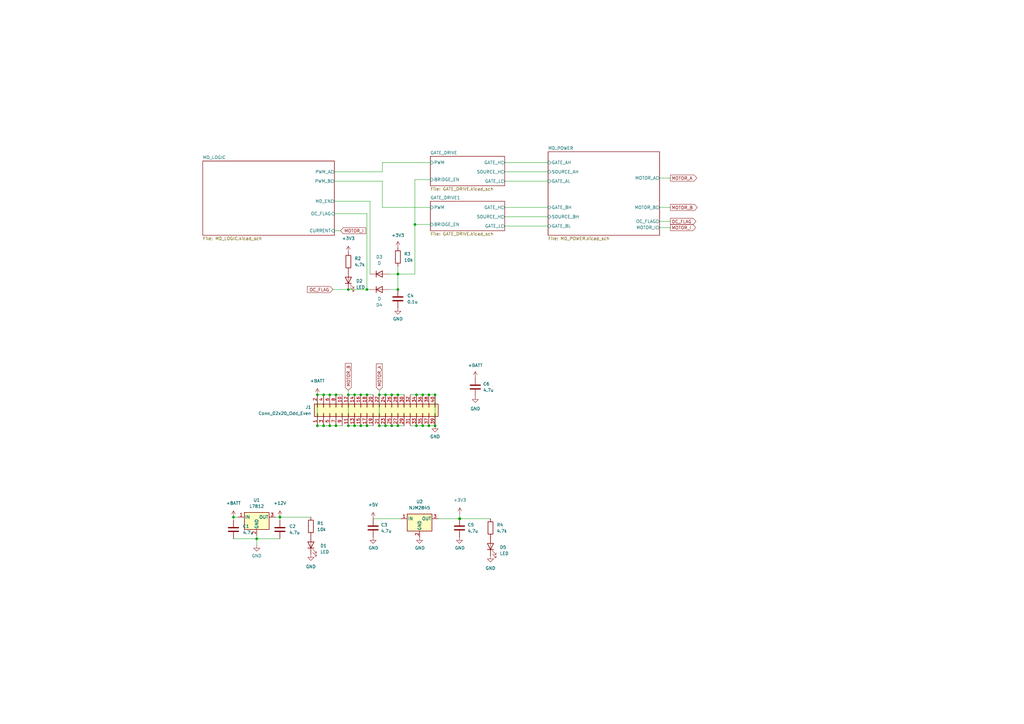
<source format=kicad_sch>
(kicad_sch (version 20211123) (generator eeschema)
  (paper "A3")
  (lib_symbols
    (symbol "Connector_Generic:Conn_02x20_Odd_Even" (pin_names (offset 1.016) hide)
      (property "Reference" "J" (at 1.27 25.4 0))
      (property "Value" "Conn_02x20_Odd_Even" (at 1.27 -27.94 0))
      (symbol "Conn_02x20_Odd_Even_1_1"
        (rectangle (start -1.27 -25.273) (end 0 -25.527) (stroke (width 0.1524)))
        (rectangle (start -1.27 -22.733) (end 0 -22.987) (stroke (width 0.1524)))
        (rectangle (start -1.27 -20.193) (end 0 -20.447) (stroke (width 0.1524)))
        (rectangle (start -1.27 -17.653) (end 0 -17.907) (stroke (width 0.1524)))
        (rectangle (start -1.27 -15.113) (end 0 -15.367) (stroke (width 0.1524)))
        (rectangle (start -1.27 -12.573) (end 0 -12.827) (stroke (width 0.1524)))
        (rectangle (start -1.27 -10.033) (end 0 -10.287) (stroke (width 0.1524)))
        (rectangle (start -1.27 -7.493) (end 0 -7.747) (stroke (width 0.1524)))
        (rectangle (start -1.27 -4.953) (end 0 -5.207) (stroke (width 0.1524)))
        (rectangle (start -1.27 -2.413) (end 0 -2.667) (stroke (width 0.1524)))
        (rectangle (start -1.27 0.127) (end 0 -0.127) (stroke (width 0.1524)))
        (rectangle (start -1.27 2.667) (end 0 2.413) (stroke (width 0.1524)))
        (rectangle (start -1.27 5.207) (end 0 4.953) (stroke (width 0.1524)))
        (rectangle (start -1.27 7.747) (end 0 7.493) (stroke (width 0.1524)))
        (rectangle (start -1.27 10.287) (end 0 10.033) (stroke (width 0.1524)))
        (rectangle (start -1.27 12.827) (end 0 12.573) (stroke (width 0.1524)))
        (rectangle (start -1.27 15.367) (end 0 15.113) (stroke (width 0.1524)))
        (rectangle (start -1.27 17.907) (end 0 17.653) (stroke (width 0.1524)))
        (rectangle (start -1.27 20.447) (end 0 20.193) (stroke (width 0.1524)))
        (rectangle (start -1.27 22.987) (end 0 22.733) (stroke (width 0.1524)))
        (rectangle (start -1.27 24.13) (end 3.81 -26.67) (stroke (width 0.254)) (fill (type background)))
        (rectangle (start 3.81 -25.273) (end 2.54 -25.527) (stroke (width 0.1524)))
        (rectangle (start 3.81 -22.733) (end 2.54 -22.987) (stroke (width 0.1524)))
        (rectangle (start 3.81 -20.193) (end 2.54 -20.447) (stroke (width 0.1524)))
        (rectangle (start 3.81 -17.653) (end 2.54 -17.907) (stroke (width 0.1524)))
        (rectangle (start 3.81 -15.113) (end 2.54 -15.367) (stroke (width 0.1524)))
        (rectangle (start 3.81 -12.573) (end 2.54 -12.827) (stroke (width 0.1524)))
        (rectangle (start 3.81 -10.033) (end 2.54 -10.287) (stroke (width 0.1524)))
        (rectangle (start 3.81 -7.493) (end 2.54 -7.747) (stroke (width 0.1524)))
        (rectangle (start 3.81 -4.953) (end 2.54 -5.207) (stroke (width 0.1524)))
        (rectangle (start 3.81 -2.413) (end 2.54 -2.667) (stroke (width 0.1524)))
        (rectangle (start 3.81 0.127) (end 2.54 -0.127) (stroke (width 0.1524)))
        (rectangle (start 3.81 2.667) (end 2.54 2.413) (stroke (width 0.1524)))
        (rectangle (start 3.81 5.207) (end 2.54 4.953) (stroke (width 0.1524)))
        (rectangle (start 3.81 7.747) (end 2.54 7.493) (stroke (width 0.1524)))
        (rectangle (start 3.81 10.287) (end 2.54 10.033) (stroke (width 0.1524)))
        (rectangle (start 3.81 12.827) (end 2.54 12.573) (stroke (width 0.1524)))
        (rectangle (start 3.81 15.367) (end 2.54 15.113) (stroke (width 0.1524)))
        (rectangle (start 3.81 17.907) (end 2.54 17.653) (stroke (width 0.1524)))
        (rectangle (start 3.81 20.447) (end 2.54 20.193) (stroke (width 0.1524)))
        (rectangle (start 3.81 22.987) (end 2.54 22.733) (stroke (width 0.1524)))
        (pin passive line (at -5.08 22.86 0) (length 3.81) (name "Pin_1") (number "1"))
        (pin passive line (at 7.62 12.7 180) (length 3.81) (name "Pin_10") (number "10"))
        (pin passive line (at -5.08 10.16 0) (length 3.81) (name "Pin_11") (number "11"))
        (pin passive line (at 7.62 10.16 180) (length 3.81) (name "Pin_12") (number "12"))
        (pin passive line (at -5.08 7.62 0) (length 3.81) (name "Pin_13") (number "13"))
        (pin passive line (at 7.62 7.62 180) (length 3.81) (name "Pin_14") (number "14"))
        (pin passive line (at -5.08 5.08 0) (length 3.81) (name "Pin_15") (number "15"))
        (pin passive line (at 7.62 5.08 180) (length 3.81) (name "Pin_16") (number "16"))
        (pin passive line (at -5.08 2.54 0) (length 3.81) (name "Pin_17") (number "17"))
        (pin passive line (at 7.62 2.54 180) (length 3.81) (name "Pin_18") (number "18"))
        (pin passive line (at -5.08 0 0) (length 3.81) (name "Pin_19") (number "19"))
        (pin passive line (at 7.62 22.86 180) (length 3.81) (name "Pin_2") (number "2"))
        (pin passive line (at 7.62 0 180) (length 3.81) (name "Pin_20") (number "20"))
        (pin passive line (at -5.08 -2.54 0) (length 3.81) (name "Pin_21") (number "21"))
        (pin passive line (at 7.62 -2.54 180) (length 3.81) (name "Pin_22") (number "22"))
        (pin passive line (at -5.08 -5.08 0) (length 3.81) (name "Pin_23") (number "23"))
        (pin passive line (at 7.62 -5.08 180) (length 3.81) (name "Pin_24") (number "24"))
        (pin passive line (at -5.08 -7.62 0) (length 3.81) (name "Pin_25") (number "25"))
        (pin passive line (at 7.62 -7.62 180) (length 3.81) (name "Pin_26") (number "26"))
        (pin passive line (at -5.08 -10.16 0) (length 3.81) (name "Pin_27") (number "27"))
        (pin passive line (at 7.62 -10.16 180) (length 3.81) (name "Pin_28") (number "28"))
        (pin passive line (at -5.08 -12.7 0) (length 3.81) (name "Pin_29") (number "29"))
        (pin passive line (at -5.08 20.32 0) (length 3.81) (name "Pin_3") (number "3"))
        (pin passive line (at 7.62 -12.7 180) (length 3.81) (name "Pin_30") (number "30"))
        (pin passive line (at -5.08 -15.24 0) (length 3.81) (name "Pin_31") (number "31"))
        (pin passive line (at 7.62 -15.24 180) (length 3.81) (name "Pin_32") (number "32"))
        (pin passive line (at -5.08 -17.78 0) (length 3.81) (name "Pin_33") (number "33"))
        (pin passive line (at 7.62 -17.78 180) (length 3.81) (name "Pin_34") (number "34"))
        (pin passive line (at -5.08 -20.32 0) (length 3.81) (name "Pin_35") (number "35"))
        (pin passive line (at 7.62 -20.32 180) (length 3.81) (name "Pin_36") (number "36"))
        (pin passive line (at -5.08 -22.86 0) (length 3.81) (name "Pin_37") (number "37"))
        (pin passive line (at 7.62 -22.86 180) (length 3.81) (name "Pin_38") (number "38"))
        (pin passive line (at -5.08 -25.4 0) (length 3.81) (name "Pin_39") (number "39"))
        (pin passive line (at 7.62 20.32 180) (length 3.81) (name "Pin_4") (number "4"))
        (pin passive line (at 7.62 -25.4 180) (length 3.81) (name "Pin_40") (number "40"))
        (pin passive line (at -5.08 17.78 0) (length 3.81) (name "Pin_5") (number "5"))
        (pin passive line (at 7.62 17.78 180) (length 3.81) (name "Pin_6") (number "6"))
        (pin passive line (at -5.08 15.24 0) (length 3.81) (name "Pin_7") (number "7"))
        (pin passive line (at 7.62 15.24 180) (length 3.81) (name "Pin_8") (number "8"))
        (pin passive line (at -5.08 12.7 0) (length 3.81) (name "Pin_9") (number "9"))
      )
    )
    (symbol "Device:C" (pin_numbers hide) (pin_names (offset 0.254))
      (property "Reference" "C" (at 0.635 2.54 0))
      (property "Value" "C" (at 0.635 -2.54 0))
      (symbol "C_0_1"
        (polyline (pts (xy -2.032 -0.762) (xy 2.032 -0.762)) (stroke (width 0.508)))
        (polyline (pts (xy -2.032 0.762) (xy 2.032 0.762)) (stroke (width 0.508)))
      )
      (symbol "C_1_1"
        (pin passive line (at 0 3.81 270) (length 2.794) (name "~") (number "1"))
        (pin passive line (at 0 -3.81 90) (length 2.794) (name "~") (number "2"))
      )
    )
    (symbol "Device:D" (pin_numbers hide) (pin_names (offset 1.016) hide)
      (property "Reference" "D" (at 0 2.54 0))
      (property "Value" "D" (at 0 -2.54 0))
      (symbol "D_0_1"
        (polyline (pts (xy -1.27 1.27) (xy -1.27 -1.27)) (stroke (width 0.254)))
        (polyline (pts (xy 1.27 0) (xy -1.27 0)))
        (polyline (pts (xy 1.27 1.27) (xy 1.27 -1.27) (xy -1.27 0) (xy 1.27 1.27)) (stroke (width 0.254)))
      )
      (symbol "D_1_1"
        (pin passive line (at -3.81 0 0) (length 2.54) (name "K") (number "1"))
        (pin passive line (at 3.81 0 180) (length 2.54) (name "A") (number "2"))
      )
    )
    (symbol "Device:LED" (pin_numbers hide) (pin_names (offset 1.016) hide)
      (property "Reference" "D" (at 0 2.54 0))
      (property "Value" "LED" (at 0 -2.54 0))
      (symbol "LED_0_1"
        (polyline (pts (xy -1.27 -1.27) (xy -1.27 1.27)) (stroke (width 0.254)))
        (polyline (pts (xy -1.27 0) (xy 1.27 0)))
        (polyline (pts (xy 1.27 -1.27) (xy 1.27 1.27) (xy -1.27 0) (xy 1.27 -1.27)) (stroke (width 0.254)))
        (polyline (pts (xy -3.048 -0.762) (xy -4.572 -2.286) (xy -3.81 -2.286) (xy -4.572 -2.286) (xy -4.572 -1.524)))
        (polyline (pts (xy -1.778 -0.762) (xy -3.302 -2.286) (xy -2.54 -2.286) (xy -3.302 -2.286) (xy -3.302 -1.524)))
      )
      (symbol "LED_1_1"
        (pin passive line (at -3.81 0 0) (length 2.54) (name "K") (number "1"))
        (pin passive line (at 3.81 0 180) (length 2.54) (name "A") (number "2"))
      )
    )
    (symbol "Device:R" (pin_numbers hide) (pin_names (offset 0))
      (property "Reference" "R" (at 2.032 0 90))
      (property "Value" "R" (at 0 0 90))
      (symbol "R_0_1"
        (rectangle (start -1.016 -2.54) (end 1.016 2.54) (stroke (width 0.254)))
      )
      (symbol "R_1_1"
        (pin passive line (at 0 3.81 270) (length 1.27) (name "~") (number "1"))
        (pin passive line (at 0 -3.81 90) (length 1.27) (name "~") (number "2"))
      )
    )
    (symbol "Regulator_Linear:L7805" (pin_names (offset 0.254))
      (property "Reference" "U" (at -3.81 3.175 0))
      (property "Value" "L7805" (at 0 3.175 0))
      (symbol "L7805_0_1"
        (rectangle (start -5.08 1.905) (end 5.08 -5.08) (stroke (width 0.254)) (fill (type background)))
      )
      (symbol "L7805_1_1"
        (pin power_in line (at -7.62 0 0) (length 2.54) (name "IN") (number "1"))
        (pin power_in line (at 0 -7.62 90) (length 2.54) (name "GND") (number "2"))
        (pin power_out line (at 7.62 0 180) (length 2.54) (name "OUT") (number "3"))
      )
    )
    (symbol "Regulator_Linear:L7812" (pin_names (offset 0.254))
      (property "Reference" "U" (at -3.81 3.175 0))
      (property "Value" "L7812" (at 0 3.175 0))
      (symbol "L7812_0_1"
        (rectangle (start -5.08 1.905) (end 5.08 -5.08) (stroke (width 0.254)) (fill (type background)))
      )
      (symbol "L7812_1_1"
        (pin power_in line (at -7.62 0 0) (length 2.54) (name "IN") (number "1"))
        (pin power_in line (at 0 -7.62 90) (length 2.54) (name "GND") (number "2"))
        (pin power_out line (at 7.62 0 180) (length 2.54) (name "OUT") (number "3"))
      )
    )
    (symbol "power:+12V" (power) (pin_names (offset 0))
      (property "Value" "+12V" (at 0 3.556 0))
      (symbol "+12V_0_1"
        (polyline (pts (xy -0.762 1.27) (xy 0 2.54)))
        (polyline (pts (xy 0 0) (xy 0 2.54)))
        (polyline (pts (xy 0 2.54) (xy 0.762 1.27)))
      )
      (symbol "+12V_1_1"
        (pin power_in line (at 0 0 90) (length 0) hide (name "+12V") (number "1"))
      )
    )
    (symbol "power:+3.3V" (power) (pin_names (offset 0))
      (property "Value" "+3.3V" (at 0 3.556 0))
      (symbol "+3.3V_0_1"
        (polyline (pts (xy -0.762 1.27) (xy 0 2.54)))
        (polyline (pts (xy 0 0) (xy 0 2.54)))
        (polyline (pts (xy 0 2.54) (xy 0.762 1.27)))
      )
      (symbol "+3.3V_1_1"
        (pin power_in line (at 0 0 90) (length 0) hide (name "+3V3") (number "1"))
      )
    )
    (symbol "power:+5V" (power) (pin_names (offset 0))
      (property "Value" "+5V" (at 0 3.556 0))
      (symbol "+5V_0_1"
        (polyline (pts (xy -0.762 1.27) (xy 0 2.54)))
        (polyline (pts (xy 0 0) (xy 0 2.54)))
        (polyline (pts (xy 0 2.54) (xy 0.762 1.27)))
      )
      (symbol "+5V_1_1"
        (pin power_in line (at 0 0 90) (length 0) hide (name "+5V") (number "1"))
      )
    )
    (symbol "power:+BATT" (power) (pin_names (offset 0))
      (property "Value" "+BATT" (at 0 3.556 0))
      (symbol "+BATT_0_1"
        (polyline (pts (xy -0.762 1.27) (xy 0 2.54)))
        (polyline (pts (xy 0 0) (xy 0 2.54)))
        (polyline (pts (xy 0 2.54) (xy 0.762 1.27)))
      )
      (symbol "+BATT_1_1"
        (pin power_in line (at 0 0 90) (length 0) hide (name "+BATT") (number "1"))
      )
    )
    (symbol "power:GND" (power) (pin_names (offset 0))
      (property "Value" "GND" (at 0 -3.81 0))
      (symbol "GND_0_1"
        (polyline (pts (xy 0 0) (xy 0 -1.27) (xy 1.27 -1.27) (xy 0 -2.54) (xy -1.27 -1.27) (xy 0 -1.27)))
      )
      (symbol "GND_1_1"
        (pin power_in line (at 0 0 270) (length 0) hide (name "GND") (number "1"))
      )
    )
  )
  (junction (at 147.955 161.925))
  (junction (at 163.195 161.925))
  (junction (at 135.255 161.925))
  (junction (at 105.283 220.98))
  (junction (at 114.808 212.09))
  (junction (at 145.415 161.925))
  (junction (at 137.795 161.925))
  (junction (at 163.195 118.745))
  (junction (at 132.715 161.925))
  (junction (at 178.435 174.625))
  (junction (at 130.175 161.925))
  (junction (at 158.115 174.625))
  (junction (at 188.595 212.725))
  (junction (at 95.758 212.09))
  (junction (at 142.875 161.925))
  (junction (at 150.495 174.625))
  (junction (at 170.815 174.625))
  (junction (at 150.495 118.745))
  (junction (at 137.795 174.625))
  (junction (at 155.575 174.625))
  (junction (at 163.195 112.395))
  (junction (at 178.435 161.925))
  (junction (at 130.175 174.625))
  (junction (at 145.415 174.625))
  (junction (at 170.815 161.925))
  (junction (at 155.575 161.925))
  (junction (at 188.468 212.725))
  (junction (at 142.875 174.625))
  (junction (at 160.655 174.625))
  (junction (at 173.355 161.925))
  (junction (at 142.875 118.745))
  (junction (at 132.715 174.625))
  (junction (at 150.495 161.925))
  (junction (at 158.115 161.925))
  (junction (at 147.955 174.625))
  (junction (at 170.18 92.075))
  (junction (at 163.195 174.625))
  (junction (at 135.255 174.625))
  (junction (at 175.895 174.625))
  (junction (at 175.895 161.925))
  (junction (at 160.655 161.925))
  (junction (at 173.355 174.625))
  (wire (pts (xy 97.663 212.09) (xy 95.758 212.09)))
  (wire (pts (xy 155.575 161.925) (xy 158.115 161.925)))
  (wire (pts (xy 170.18 92.075) (xy 176.53 92.075)))
  (wire (pts (xy 175.895 161.925) (xy 178.435 161.925)))
  (wire (pts (xy 207.01 92.71) (xy 224.79 92.71)))
  (wire (pts (xy 142.875 160.02) (xy 142.875 161.925)))
  (wire (pts (xy 137.16 87.63) (xy 150.495 87.63)))
  (wire (pts (xy 150.495 161.925) (xy 153.035 161.925)))
  (wire (pts (xy 170.18 92.075) (xy 170.18 73.66)))
  (wire (pts (xy 132.715 174.625) (xy 135.255 174.625)))
  (wire (pts (xy 130.175 161.925) (xy 132.715 161.925)))
  (wire (pts (xy 105.283 223.52) (xy 105.283 220.98)))
  (wire (pts (xy 163.195 112.395) (xy 170.18 112.395)))
  (wire (pts (xy 130.175 161.925) (xy 130.175 174.625)))
  (wire (pts (xy 137.795 161.925) (xy 140.335 161.925)))
  (wire (pts (xy 112.903 212.09) (xy 114.808 212.09)))
  (wire (pts (xy 150.495 118.745) (xy 151.765 118.745)))
  (wire (pts (xy 207.01 70.485) (xy 224.79 70.485)))
  (wire (pts (xy 163.195 118.745) (xy 159.385 118.745)))
  (wire (pts (xy 151.765 112.395) (xy 151.765 82.55)))
  (wire (pts (xy 147.955 174.625) (xy 150.495 174.625)))
  (wire (pts (xy 156.845 66.675) (xy 176.53 66.675)))
  (wire (pts (xy 163.195 109.22) (xy 163.195 112.395)))
  (wire (pts (xy 170.18 112.395) (xy 170.18 92.075)))
  (wire (pts (xy 142.875 174.625) (xy 145.415 174.625)))
  (wire (pts (xy 207.01 85.09) (xy 224.79 85.09)))
  (wire (pts (xy 163.195 174.625) (xy 160.655 174.625)))
  (wire (pts (xy 142.875 161.925) (xy 142.875 174.625)))
  (wire (pts (xy 158.115 174.625) (xy 155.575 174.625)))
  (wire (pts (xy 163.195 112.395) (xy 163.195 118.745)))
  (wire (pts (xy 207.01 66.675) (xy 224.79 66.675)))
  (wire (pts (xy 270.51 90.805) (xy 274.955 90.805)))
  (wire (pts (xy 135.255 174.625) (xy 137.795 174.625)))
  (wire (pts (xy 188.468 212.725) (xy 188.595 212.725)))
  (wire (pts (xy 270.51 85.09) (xy 274.955 85.09)))
  (wire (pts (xy 173.355 161.925) (xy 175.895 161.925)))
  (wire (pts (xy 137.16 74.295) (xy 156.845 74.295)))
  (wire (pts (xy 95.758 212.09) (xy 95.758 213.36)))
  (wire (pts (xy 173.355 174.625) (xy 175.895 174.625)))
  (wire (pts (xy 207.01 74.295) (xy 224.79 74.295)))
  (wire (pts (xy 156.845 70.485) (xy 156.845 66.675)))
  (wire (pts (xy 156.845 85.09) (xy 176.53 85.09)))
  (wire (pts (xy 178.435 161.925) (xy 178.435 174.625)))
  (wire (pts (xy 95.758 220.98) (xy 105.283 220.98)))
  (wire (pts (xy 158.115 161.925) (xy 160.655 161.925)))
  (wire (pts (xy 159.385 112.395) (xy 163.195 112.395)))
  (wire (pts (xy 155.575 160.02) (xy 155.575 161.925)))
  (wire (pts (xy 270.51 93.345) (xy 274.955 93.345)))
  (wire (pts (xy 105.283 220.98) (xy 114.808 220.98)))
  (wire (pts (xy 137.16 70.485) (xy 156.845 70.485)))
  (wire (pts (xy 170.18 73.66) (xy 176.53 73.66)))
  (wire (pts (xy 151.765 82.55) (xy 137.16 82.55)))
  (wire (pts (xy 163.195 161.925) (xy 165.735 161.925)))
  (wire (pts (xy 155.575 174.625) (xy 155.575 161.925)))
  (wire (pts (xy 105.283 220.98) (xy 105.283 219.71)))
  (wire (pts (xy 132.715 161.925) (xy 135.255 161.925)))
  (wire (pts (xy 150.495 87.63) (xy 150.495 118.745)))
  (wire (pts (xy 188.595 210.82) (xy 188.595 212.725)))
  (wire (pts (xy 137.16 94.615) (xy 139.7 94.615)))
  (wire (pts (xy 179.705 212.725) (xy 188.468 212.725)))
  (wire (pts (xy 145.415 174.625) (xy 147.955 174.625)))
  (wire (pts (xy 142.875 161.925) (xy 145.415 161.925)))
  (wire (pts (xy 150.495 174.625) (xy 153.035 174.625)))
  (wire (pts (xy 168.275 174.625) (xy 170.815 174.625)))
  (wire (pts (xy 170.815 174.625) (xy 173.355 174.625)))
  (wire (pts (xy 160.655 174.625) (xy 158.115 174.625)))
  (wire (pts (xy 188.595 212.725) (xy 201.168 212.725)))
  (wire (pts (xy 136.525 118.745) (xy 142.875 118.745)))
  (wire (pts (xy 165.735 174.625) (xy 163.195 174.625)))
  (wire (pts (xy 168.275 161.925) (xy 170.815 161.925)))
  (wire (pts (xy 130.175 174.625) (xy 132.715 174.625)))
  (wire (pts (xy 114.808 212.09) (xy 127.508 212.09)))
  (wire (pts (xy 135.255 161.925) (xy 137.795 161.925)))
  (wire (pts (xy 156.845 74.295) (xy 156.845 85.09)))
  (wire (pts (xy 142.875 118.745) (xy 150.495 118.745)))
  (wire (pts (xy 137.795 174.625) (xy 140.335 174.625)))
  (wire (pts (xy 160.655 161.925) (xy 163.195 161.925)))
  (wire (pts (xy 170.815 161.925) (xy 173.355 161.925)))
  (wire (pts (xy 147.955 161.925) (xy 150.495 161.925)))
  (wire (pts (xy 145.415 161.925) (xy 147.955 161.925)))
  (wire (pts (xy 153.035 212.725) (xy 164.465 212.725)))
  (wire (pts (xy 175.895 174.625) (xy 178.435 174.625)))
  (wire (pts (xy 114.808 212.09) (xy 114.808 213.36)))
  (wire (pts (xy 270.51 73.025) (xy 274.955 73.025)))
  (wire (pts (xy 207.01 88.9) (xy 224.79 88.9)))
  (global_label "OC_FLAG" (shape output) (at 274.955 90.805 0) (property "Intersheet References" "${INTERSHEET_REFS}" (effects hide)))
  (global_label "MOTOR_I" (shape output) (at 274.955 93.345 0) (property "Intersheet References" "${INTERSHEET_REFS}" (effects hide)))
  (global_label "OC_FLAG" (shape input) (at 136.525 118.745 180) (property "Intersheet References" "${INTERSHEET_REFS}" (effects hide)))
  (global_label "MOTOR_A" (shape input) (at 155.575 160.02 90) (property "Intersheet References" "${INTERSHEET_REFS}" (effects hide)))
  (global_label "MOTOR_B" (shape output) (at 274.955 85.09 0) (property "Intersheet References" "${INTERSHEET_REFS}" (effects hide)))
  (global_label "MOTOR_A" (shape output) (at 274.955 73.025 0) (property "Intersheet References" "${INTERSHEET_REFS}" (effects hide)))
  (global_label "MOTOR_I" (shape input) (at 139.7 94.615 0) (property "Intersheet References" "${INTERSHEET_REFS}" (effects hide)))
  (global_label "MOTOR_B" (shape input) (at 142.875 160.02 90) (property "Intersheet References" "${INTERSHEET_REFS}" (effects hide)))
  (symbol (lib_id "power:GND") (at 194.945 162.56 0) (unit 1)
    (property "Reference" "#PWR016" (effects hide))
    (property "Value" "GND" (at 194.945 167.64 0))
  )
  (symbol (lib_id "Device:C") (at 188.468 216.535 0) (unit 1)
    (property "Reference" "C5" (at 191.77 215.2649 0) (effects (justify left)))
    (property "Value" "4.7u" (at 191.77 217.8049 0) (effects (justify left)))
    (property "Footprint" "Capacitor_SMD:C_0805_2012Metric_Pad1.18x1.45mm_HandSolder" (effects hide))
  )
  (symbol (lib_id "power:GND") (at 188.468 220.345 0) (unit 1)
    (property "Reference" "#PWR013" (effects hide))
    (property "Value" "GND" (at 188.595 224.7392 0))
  )
  (symbol (lib_id "power:GND") (at 178.435 174.625 0) (unit 1)
    (property "Reference" "#PWR012" (effects hide))
    (property "Value" "GND" (at 178.435 179.07 0))
  )
  (symbol (lib_id "Device:LED") (at 142.875 114.935 90) (unit 1)
    (property "Reference" "D2" (at 146.05 115.2524 90) (effects (justify right)))
    (property "Value" "LED" (at 146.05 117.7924 90) (effects (justify right)))
    (property "Footprint" "LED_SMD:LED_0603_1608Metric_Pad1.05x0.95mm_HandSolder" (effects hide))
  )
  (symbol (lib_id "power:+5V") (at 153.035 212.725 0) (unit 1)
    (property "Reference" "#PWR07" (effects hide))
    (property "Value" "+5V" (at 153.035 207.01 0))
  )
  (symbol (lib_id "Device:R") (at 142.875 107.315 0) (unit 1)
    (property "Reference" "R2" (at 145.415 106.0449 0) (effects (justify left)))
    (property "Value" "4.7k" (at 145.415 108.5849 0) (effects (justify left)))
    (property "Footprint" "Resistor_SMD:R_0603_1608Metric_Pad0.98x0.95mm_HandSolder" (effects hide))
  )
  (symbol (lib_id "Device:C") (at 163.195 122.555 0) (unit 1)
    (property "Reference" "C4" (at 167.005 121.2849 0) (effects (justify left)))
    (property "Value" "0.1u" (at 167.005 123.8249 0) (effects (justify left)))
    (property "Footprint" "Capacitor_SMD:C_0603_1608Metric_Pad1.08x0.95mm_HandSolder" (effects hide))
  )
  (symbol (lib_id "Device:C") (at 194.945 158.75 0) (unit 1)
    (property "Reference" "C6" (at 198.12 157.4799 0) (effects (justify left)))
    (property "Value" "4.7u" (at 198.12 160.0199 0) (effects (justify left)))
    (property "Footprint" "Capacitor_SMD:C_0805_2012Metric_Pad1.18x1.45mm_HandSolder" (effects hide))
  )
  (symbol (lib_id "Device:R") (at 127.508 215.9 0) (unit 1)
    (property "Reference" "R1" (at 130.048 214.6299 0) (effects (justify left)))
    (property "Value" "10k" (at 130.048 217.1699 0) (effects (justify left)))
    (property "Footprint" "Resistor_SMD:R_0603_1608Metric_Pad0.98x0.95mm_HandSolder" (effects hide))
  )
  (symbol (lib_id "Device:LED") (at 127.508 223.52 90) (unit 1)
    (property "Reference" "D1" (at 131.318 223.8374 90) (effects (justify right)))
    (property "Value" "LED" (at 131.318 226.3774 90) (effects (justify right)))
    (property "Footprint" "LED_SMD:LED_0603_1608Metric_Pad1.05x0.95mm_HandSolder" (effects hide))
  )
  (symbol (lib_id "power:GND") (at 201.168 227.965 0) (unit 1)
    (property "Reference" "#PWR017" (effects hide))
    (property "Value" "GND" (at 201.168 233.045 0))
  )
  (symbol (lib_id "power:+3.3V") (at 142.875 103.505 0) (unit 1)
    (property "Reference" "#PWR06" (effects hide))
    (property "Value" "+3.3V" (at 142.875 97.79 0))
  )
  (symbol (lib_id "power:GND") (at 127.508 227.33 0) (unit 1)
    (property "Reference" "#PWR04" (effects hide))
    (property "Value" "GND" (at 127.508 232.41 0))
  )
  (symbol (lib_id "Device:C") (at 95.758 217.17 0) (unit 1)
    (property "Reference" "C1" (at 99.568 215.8999 0) (effects (justify left)))
    (property "Value" "4.7u" (at 99.568 218.4399 0) (effects (justify left)))
    (property "Footprint" "Capacitor_SMD:C_0805_2012Metric_Pad1.18x1.45mm_HandSolder" (effects hide))
  )
  (symbol (lib_id "power:+3.3V") (at 163.195 101.6 0) (unit 1)
    (property "Reference" "#PWR09" (effects hide))
    (property "Value" "+3.3V" (at 163.195 96.52 0))
  )
  (symbol (lib_id "power:+BATT") (at 130.175 161.925 0) (unit 1)
    (property "Reference" "#PWR05" (effects hide))
    (property "Value" "+BATT" (at 130.175 156.21 0))
  )
  (symbol (lib_id "Device:C") (at 153.035 216.535 0) (unit 1)
    (property "Reference" "C3" (at 156.21 215.2649 0) (effects (justify left)))
    (property "Value" "4.7u" (at 156.21 217.8049 0) (effects (justify left)))
    (property "Footprint" "Capacitor_SMD:C_0805_2012Metric_Pad1.18x1.45mm_HandSolder" (effects hide))
  )
  (symbol (lib_id "power:GND") (at 153.035 220.345 0) (unit 1)
    (property "Reference" "#PWR08" (effects hide))
    (property "Value" "GND" (at 153.162 224.7392 0))
  )
  (symbol (lib_id "Device:D") (at 155.575 112.395 0) (unit 1)
    (property "Reference" "D3" (at 155.575 105.41 0))
    (property "Value" "D" (at 155.575 107.95 0))
    (property "Footprint" "Diode_SMD:D_SOD-123F" (effects hide))
  )
  (symbol (lib_id "Regulator_Linear:L7805") (at 172.085 212.725 0) (unit 1)
    (property "Reference" "U2" (at 172.085 205.74 0))
    (property "Value" "NJM2845" (at 172.085 208.28 0))
    (property "Footprint" "Package_TO_SOT_SMD:TO-252-2" (effects hide))
    (property "Datasheet" "http://www.st.com/content/ccc/resource/technical/document/datasheet/41/4f/b3/b0/12/d4/47/88/CD00000444.pdf/files/CD00000444.pdf/jcr:content/translations/en.CD00000444.pdf" (effects hide))
  )
  (symbol (lib_id "Device:R") (at 163.195 105.41 0) (unit 1)
    (property "Reference" "R3" (at 165.735 104.1399 0) (effects (justify left)))
    (property "Value" "10k" (at 165.735 106.6799 0) (effects (justify left)))
    (property "Footprint" "Resistor_SMD:R_0603_1608Metric_Pad0.98x0.95mm_HandSolder" (effects hide))
  )
  (symbol (lib_id "power:+3.3V") (at 188.595 210.82 0) (unit 1)
    (property "Reference" "#PWR014" (effects hide))
    (property "Value" "+3.3V" (at 188.595 205.105 0))
  )
  (symbol (lib_id "Device:R") (at 201.168 216.535 0) (unit 1)
    (property "Reference" "R4" (at 203.708 215.2649 0) (effects (justify left)))
    (property "Value" "4.7k" (at 203.708 217.8049 0) (effects (justify left)))
    (property "Footprint" "Resistor_SMD:R_0603_1608Metric_Pad0.98x0.95mm_HandSolder" (effects hide))
  )
  (symbol (lib_id "power:+BATT") (at 194.945 154.94 0) (unit 1)
    (property "Reference" "#PWR015" (effects hide))
    (property "Value" "+BATT" (at 194.945 149.86 0))
  )
  (symbol (lib_id "Device:LED") (at 201.168 224.155 90) (unit 1)
    (property "Reference" "D5" (at 204.978 224.4724 90) (effects (justify right)))
    (property "Value" "LED" (at 204.978 227.0124 90) (effects (justify right)))
    (property "Footprint" "LED_SMD:LED_0603_1608Metric_Pad1.05x0.95mm_HandSolder" (effects hide))
  )
  (symbol (lib_id "Connector_Generic:Conn_02x20_Odd_Even") (at 153.035 169.545 90) (unit 1)
    (property "Reference" "J1" (at 127.635 167.0049 90) (effects (justify left)))
    (property "Value" "Conn_02x20_Odd_Even" (at 127.635 169.5449 90) (effects (justify left)))
    (property "Footprint" "Connector_PinHeader_2.54mm:PinHeader_2x20_P2.54mm_Horizontal" (effects hide))
  )
  (symbol (lib_id "power:GND") (at 105.283 223.52 0) (unit 1)
    (property "Reference" "#PWR02" (effects hide))
    (property "Value" "GND" (at 105.283 227.965 0))
  )
  (symbol (lib_id "power:+12V") (at 114.808 212.09 0) (unit 1)
    (property "Reference" "#PWR03" (effects hide))
    (property "Value" "+12V" (at 114.808 206.375 0))
  )
  (symbol (lib_id "Device:C") (at 114.808 217.17 0) (unit 1)
    (property "Reference" "C2" (at 118.618 215.8999 0) (effects (justify left)))
    (property "Value" "4.7u" (at 118.618 218.4399 0) (effects (justify left)))
    (property "Footprint" "Capacitor_SMD:C_0805_2012Metric_Pad1.18x1.45mm_HandSolder" (effects hide))
  )
  (symbol (lib_id "Device:D") (at 155.575 118.745 0) (unit 1)
    (property "Reference" "D4" (at 155.575 125.095 0))
    (property "Value" "D" (at 155.575 122.555 0))
    (property "Footprint" "Diode_SMD:D_SOD-123F" (effects hide))
  )
  (symbol (lib_id "power:GND") (at 172.085 220.345 0) (unit 1)
    (property "Reference" "#PWR011" (effects hide))
    (property "Value" "GND" (at 172.212 224.7392 0))
  )
  (symbol (lib_id "power:+BATT") (at 95.758 212.09 0) (unit 1)
    (property "Reference" "#PWR01" (effects hide))
    (property "Value" "+BATT" (at 95.758 206.375 0))
  )
  (symbol (lib_id "power:GND") (at 163.195 126.365 0) (unit 1)
    (property "Reference" "#PWR010" (effects hide))
    (property "Value" "GND" (at 163.195 130.81 0))
  )
  (symbol (lib_id "Regulator_Linear:L7812") (at 105.283 212.09 0) (unit 1)
    (property "Reference" "U1" (at 105.283 205.105 0))
    (property "Value" "L7812" (at 105.283 207.645 0))
    (property "Footprint" "Package_TO_SOT_SMD:TO-252-2" (effects hide))
    (property "Datasheet" "http://www.st.com/content/ccc/resource/technical/document/datasheet/41/4f/b3/b0/12/d4/47/88/CD00000444.pdf/files/CD00000444.pdf/jcr:content/translations/en.CD00000444.pdf" (effects hide))
  )
  (sheet (at 176.53 82.55) (size 30.48 12.065) (stroke (width 0.1524))
    (property "Sheet name" "GATE_DRIVE1" (at 176.53 81.8384 0) (effects (justify left bottom)))
    (property "Sheet file" "GATE_DRIVE.kicad_sch" (at 176.53 95.1996 0) (effects (justify left top)))
    (pin "BRIDGE_EN" input (at 176.53 92.075 180))
    (pin "GATE_L" output (at 207.01 92.71 0))
    (pin "GATE_H" output (at 207.01 85.09 0))
    (pin "SOURCE_H" output (at 207.01 88.9 0))
    (pin "PWM" input (at 176.53 85.09 180))
  )
  (sheet (at 224.79 62.23) (size 45.72 34.29) (stroke (width 0.1524))
    (property "Sheet name" "MD_POWER" (at 224.79 61.5184 0) (effects (justify left bottom)))
    (property "Sheet file" "MD_POWER.kicad_sch" (at 224.79 97.1046 0) (effects (justify left top)))
    (pin "MOTOR_A" output (at 270.51 73.025 0))
    (pin "MOTOR_B" output (at 270.51 85.09 0))
    (pin "GATE_BL" input (at 224.79 92.71 180))
    (pin "SOURCE_BH" input (at 224.79 88.9 180))
    (pin "GATE_AL" input (at 224.79 74.295 180))
    (pin "GATE_BH" input (at 224.79 85.09 180))
    (pin "SOURCE_AH" input (at 224.79 70.485 180))
    (pin "GATE_AH" input (at 224.79 66.675 180))
    (pin "OC_FLAG" output (at 270.51 90.805 0))
    (pin "MOTOR_I" output (at 270.51 93.345 0))
  )
  (sheet (at 83.185 66.04) (size 53.975 30.48) (stroke (width 0.1524))
    (property "Sheet name" "MD_LOGIC" (at 83.185 65.3284 0) (effects (justify left bottom)))
    (property "Sheet file" "MD_LOGIC.kicad_sch" (at 83.185 97.1046 0) (effects (justify left top)))
    (pin "MD_EN" output (at 137.16 82.55 0))
    (pin "PWM_A" output (at 137.16 70.485 0))
    (pin "PWM_B" output (at 137.16 74.295 0))
    (pin "OC_FLAG" input (at 137.16 87.63 0))
    (pin "CURRENT" input (at 137.16 94.615 0))
  )
  (sheet (at 176.53 64.135) (size 30.48 12.065) (stroke (width 0.1524))
    (property "Sheet name" "GATE_DRIVE" (at 176.53 63.4234 0) (effects (justify left bottom)))
    (property "Sheet file" "GATE_DRIVE.kicad_sch" (at 176.53 76.7846 0) (effects (justify left top)))
    (pin "BRIDGE_EN" input (at 176.53 73.66 180))
    (pin "GATE_L" output (at 207.01 74.295 0))
    (pin "GATE_H" output (at 207.01 66.675 0))
    (pin "SOURCE_H" output (at 207.01 70.485 0))
    (pin "PWM" input (at 176.53 66.675 180))
  )
)
</source>
